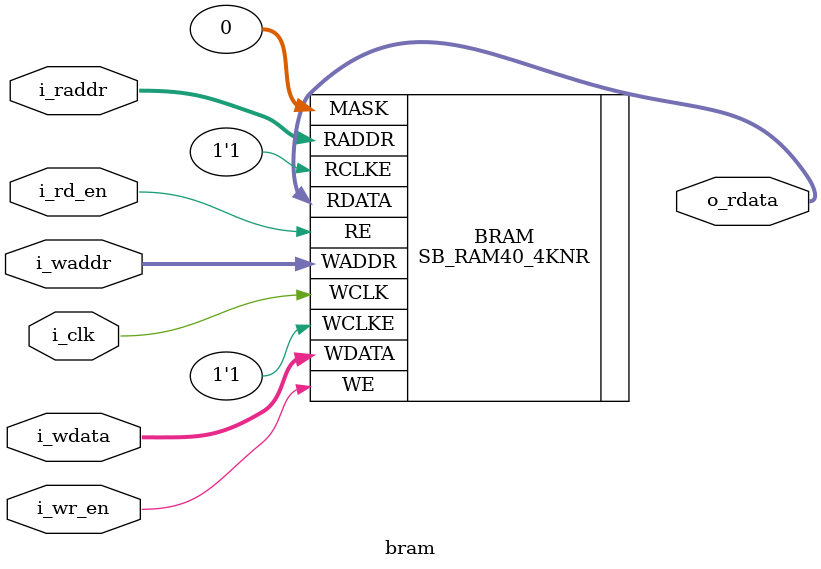
<source format=v>
/*

iCE40 Dual-Ported Block RAM (read @ negedge)
(derived from FPGA-TN-02002-1-7-Memory-Usage-Guide-for-iCE40-Devices.pdf)

    +-----------------+
    | bram (4kb)      |
    |                 |
--->|i_rd_en   i_wr_en|<---
=A=>|i_raddr   i_waddr|<=A=
<=D=|o_rdata   i_wdata|<=D=
    |                 |
 +->|i_clk            |
 |  +-----------------+

*/

`default_nettype none

module bram #(
    // DATA_SZ x MEM_MAX = 4096 bits
    parameter DATA_SZ           = 16,                           // number of bits per memory word
    parameter ADDR_SZ           = 8,                            // number of bits in each address
    parameter MEM_MAX           = (1<<ADDR_SZ)                  // maximum memory memory address
) (
    input                       i_clk,                          // system clock

    input                       i_wr_en,                        // write request
    input         [ADDR_SZ-1:0] i_waddr,                        // write address
    input         [DATA_SZ-1:0] i_wdata,                        // data written

    input                       i_rd_en,                        // read request
    input         [ADDR_SZ-1:0] i_raddr,                        // read address
    output reg    [DATA_SZ-1:0] o_rdata                         // data read
);

    SB_RAM40_4KNR BRAM (
        .WCLKE(1'b1),
        .WCLK(i_clk),
        .WE(i_wr_en),
        .WADDR(i_waddr),
        .WDATA(i_wdata),
        .MASK(0),
        .RCLKE(1'b1),
//        .RCLK(i_clk),  // not present on 4KNR?
        .RE(i_rd_en),
        .RADDR(i_raddr),
        .RDATA(o_rdata)
    );

endmodule

</source>
